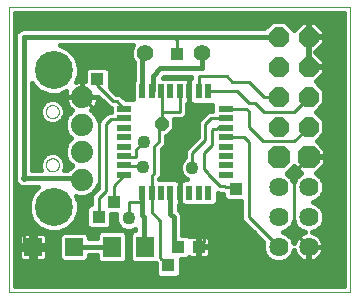
<source format=gtl>
G75*
%MOIN*%
%OFA0B0*%
%FSLAX25Y25*%
%IPPOS*%
%LPD*%
%AMOC8*
5,1,8,0,0,1.08239X$1,22.5*
%
%ADD10C,0.00000*%
%ADD11R,0.04331X0.03937*%
%ADD12R,0.05906X0.05906*%
%ADD13C,0.06400*%
%ADD14OC8,0.06600*%
%ADD15C,0.07400*%
%ADD16C,0.12661*%
%ADD17R,0.06299X0.07087*%
%ADD18R,0.02200X0.05000*%
%ADD19R,0.05000X0.02200*%
%ADD20C,0.05600*%
%ADD21OC8,0.07600*%
%ADD22C,0.01600*%
%ADD23C,0.01000*%
%ADD24OC8,0.04362*%
%ADD25C,0.04362*%
%ADD26R,0.04362X0.04362*%
D10*
X0056479Y0001800D02*
X0056479Y0096761D01*
X0170180Y0096761D01*
X0170180Y0001800D01*
X0056479Y0001800D01*
X0068920Y0044162D02*
X0068922Y0044255D01*
X0068928Y0044347D01*
X0068938Y0044439D01*
X0068952Y0044530D01*
X0068969Y0044621D01*
X0068991Y0044711D01*
X0069016Y0044800D01*
X0069045Y0044888D01*
X0069078Y0044974D01*
X0069115Y0045059D01*
X0069155Y0045143D01*
X0069199Y0045224D01*
X0069246Y0045304D01*
X0069296Y0045382D01*
X0069350Y0045457D01*
X0069407Y0045530D01*
X0069467Y0045600D01*
X0069530Y0045668D01*
X0069596Y0045733D01*
X0069664Y0045795D01*
X0069735Y0045855D01*
X0069809Y0045911D01*
X0069885Y0045964D01*
X0069963Y0046013D01*
X0070043Y0046060D01*
X0070125Y0046102D01*
X0070209Y0046142D01*
X0070294Y0046177D01*
X0070381Y0046209D01*
X0070469Y0046238D01*
X0070558Y0046262D01*
X0070648Y0046283D01*
X0070739Y0046299D01*
X0070831Y0046312D01*
X0070923Y0046321D01*
X0071016Y0046326D01*
X0071108Y0046327D01*
X0071201Y0046324D01*
X0071293Y0046317D01*
X0071385Y0046306D01*
X0071476Y0046291D01*
X0071567Y0046273D01*
X0071657Y0046250D01*
X0071745Y0046224D01*
X0071833Y0046194D01*
X0071919Y0046160D01*
X0072003Y0046123D01*
X0072086Y0046081D01*
X0072167Y0046037D01*
X0072247Y0045989D01*
X0072324Y0045938D01*
X0072398Y0045883D01*
X0072471Y0045825D01*
X0072541Y0045765D01*
X0072608Y0045701D01*
X0072672Y0045635D01*
X0072734Y0045565D01*
X0072792Y0045494D01*
X0072847Y0045420D01*
X0072899Y0045343D01*
X0072948Y0045264D01*
X0072994Y0045184D01*
X0073036Y0045101D01*
X0073074Y0045017D01*
X0073109Y0044931D01*
X0073140Y0044844D01*
X0073167Y0044756D01*
X0073190Y0044666D01*
X0073210Y0044576D01*
X0073226Y0044485D01*
X0073238Y0044393D01*
X0073246Y0044301D01*
X0073250Y0044208D01*
X0073250Y0044116D01*
X0073246Y0044023D01*
X0073238Y0043931D01*
X0073226Y0043839D01*
X0073210Y0043748D01*
X0073190Y0043658D01*
X0073167Y0043568D01*
X0073140Y0043480D01*
X0073109Y0043393D01*
X0073074Y0043307D01*
X0073036Y0043223D01*
X0072994Y0043140D01*
X0072948Y0043060D01*
X0072899Y0042981D01*
X0072847Y0042904D01*
X0072792Y0042830D01*
X0072734Y0042759D01*
X0072672Y0042689D01*
X0072608Y0042623D01*
X0072541Y0042559D01*
X0072471Y0042499D01*
X0072398Y0042441D01*
X0072324Y0042386D01*
X0072247Y0042335D01*
X0072168Y0042287D01*
X0072086Y0042243D01*
X0072003Y0042201D01*
X0071919Y0042164D01*
X0071833Y0042130D01*
X0071745Y0042100D01*
X0071657Y0042074D01*
X0071567Y0042051D01*
X0071476Y0042033D01*
X0071385Y0042018D01*
X0071293Y0042007D01*
X0071201Y0042000D01*
X0071108Y0041997D01*
X0071016Y0041998D01*
X0070923Y0042003D01*
X0070831Y0042012D01*
X0070739Y0042025D01*
X0070648Y0042041D01*
X0070558Y0042062D01*
X0070469Y0042086D01*
X0070381Y0042115D01*
X0070294Y0042147D01*
X0070209Y0042182D01*
X0070125Y0042222D01*
X0070043Y0042264D01*
X0069963Y0042311D01*
X0069885Y0042360D01*
X0069809Y0042413D01*
X0069735Y0042469D01*
X0069664Y0042529D01*
X0069596Y0042591D01*
X0069530Y0042656D01*
X0069467Y0042724D01*
X0069407Y0042794D01*
X0069350Y0042867D01*
X0069296Y0042942D01*
X0069246Y0043020D01*
X0069199Y0043100D01*
X0069155Y0043181D01*
X0069115Y0043265D01*
X0069078Y0043350D01*
X0069045Y0043436D01*
X0069016Y0043524D01*
X0068991Y0043613D01*
X0068969Y0043703D01*
X0068952Y0043794D01*
X0068938Y0043885D01*
X0068928Y0043977D01*
X0068922Y0044069D01*
X0068920Y0044162D01*
X0068920Y0061879D02*
X0068922Y0061972D01*
X0068928Y0062064D01*
X0068938Y0062156D01*
X0068952Y0062247D01*
X0068969Y0062338D01*
X0068991Y0062428D01*
X0069016Y0062517D01*
X0069045Y0062605D01*
X0069078Y0062691D01*
X0069115Y0062776D01*
X0069155Y0062860D01*
X0069199Y0062941D01*
X0069246Y0063021D01*
X0069296Y0063099D01*
X0069350Y0063174D01*
X0069407Y0063247D01*
X0069467Y0063317D01*
X0069530Y0063385D01*
X0069596Y0063450D01*
X0069664Y0063512D01*
X0069735Y0063572D01*
X0069809Y0063628D01*
X0069885Y0063681D01*
X0069963Y0063730D01*
X0070043Y0063777D01*
X0070125Y0063819D01*
X0070209Y0063859D01*
X0070294Y0063894D01*
X0070381Y0063926D01*
X0070469Y0063955D01*
X0070558Y0063979D01*
X0070648Y0064000D01*
X0070739Y0064016D01*
X0070831Y0064029D01*
X0070923Y0064038D01*
X0071016Y0064043D01*
X0071108Y0064044D01*
X0071201Y0064041D01*
X0071293Y0064034D01*
X0071385Y0064023D01*
X0071476Y0064008D01*
X0071567Y0063990D01*
X0071657Y0063967D01*
X0071745Y0063941D01*
X0071833Y0063911D01*
X0071919Y0063877D01*
X0072003Y0063840D01*
X0072086Y0063798D01*
X0072167Y0063754D01*
X0072247Y0063706D01*
X0072324Y0063655D01*
X0072398Y0063600D01*
X0072471Y0063542D01*
X0072541Y0063482D01*
X0072608Y0063418D01*
X0072672Y0063352D01*
X0072734Y0063282D01*
X0072792Y0063211D01*
X0072847Y0063137D01*
X0072899Y0063060D01*
X0072948Y0062981D01*
X0072994Y0062901D01*
X0073036Y0062818D01*
X0073074Y0062734D01*
X0073109Y0062648D01*
X0073140Y0062561D01*
X0073167Y0062473D01*
X0073190Y0062383D01*
X0073210Y0062293D01*
X0073226Y0062202D01*
X0073238Y0062110D01*
X0073246Y0062018D01*
X0073250Y0061925D01*
X0073250Y0061833D01*
X0073246Y0061740D01*
X0073238Y0061648D01*
X0073226Y0061556D01*
X0073210Y0061465D01*
X0073190Y0061375D01*
X0073167Y0061285D01*
X0073140Y0061197D01*
X0073109Y0061110D01*
X0073074Y0061024D01*
X0073036Y0060940D01*
X0072994Y0060857D01*
X0072948Y0060777D01*
X0072899Y0060698D01*
X0072847Y0060621D01*
X0072792Y0060547D01*
X0072734Y0060476D01*
X0072672Y0060406D01*
X0072608Y0060340D01*
X0072541Y0060276D01*
X0072471Y0060216D01*
X0072398Y0060158D01*
X0072324Y0060103D01*
X0072247Y0060052D01*
X0072168Y0060004D01*
X0072086Y0059960D01*
X0072003Y0059918D01*
X0071919Y0059881D01*
X0071833Y0059847D01*
X0071745Y0059817D01*
X0071657Y0059791D01*
X0071567Y0059768D01*
X0071476Y0059750D01*
X0071385Y0059735D01*
X0071293Y0059724D01*
X0071201Y0059717D01*
X0071108Y0059714D01*
X0071016Y0059715D01*
X0070923Y0059720D01*
X0070831Y0059729D01*
X0070739Y0059742D01*
X0070648Y0059758D01*
X0070558Y0059779D01*
X0070469Y0059803D01*
X0070381Y0059832D01*
X0070294Y0059864D01*
X0070209Y0059899D01*
X0070125Y0059939D01*
X0070043Y0059981D01*
X0069963Y0060028D01*
X0069885Y0060077D01*
X0069809Y0060130D01*
X0069735Y0060186D01*
X0069664Y0060246D01*
X0069596Y0060308D01*
X0069530Y0060373D01*
X0069467Y0060441D01*
X0069407Y0060511D01*
X0069350Y0060584D01*
X0069296Y0060659D01*
X0069246Y0060737D01*
X0069199Y0060817D01*
X0069155Y0060898D01*
X0069115Y0060982D01*
X0069078Y0061067D01*
X0069045Y0061153D01*
X0069016Y0061241D01*
X0068991Y0061330D01*
X0068969Y0061420D01*
X0068952Y0061511D01*
X0068938Y0061602D01*
X0068928Y0061694D01*
X0068922Y0061786D01*
X0068920Y0061879D01*
D11*
X0113132Y0016800D03*
X0119825Y0016800D03*
D12*
X0078369Y0016800D03*
X0064589Y0016800D03*
D13*
X0146479Y0016800D03*
X0156479Y0016800D03*
X0156479Y0026800D03*
X0146479Y0026800D03*
X0146479Y0036800D03*
X0156479Y0036800D03*
D14*
X0156479Y0056800D03*
X0146479Y0056800D03*
X0146479Y0066800D03*
X0156479Y0066800D03*
X0156479Y0076800D03*
X0146479Y0076800D03*
X0146479Y0086800D03*
X0156479Y0086800D03*
D15*
X0080928Y0066800D03*
X0080928Y0057457D03*
X0080928Y0048583D03*
X0080928Y0039241D03*
D16*
X0071479Y0030186D03*
X0071479Y0075855D03*
D17*
X0090967Y0016800D03*
X0101991Y0016800D03*
D18*
X0101005Y0034900D03*
X0104155Y0034900D03*
X0107305Y0034900D03*
X0110454Y0034900D03*
X0113604Y0034900D03*
X0116753Y0034900D03*
X0119903Y0034900D03*
X0123053Y0034900D03*
X0123053Y0068700D03*
X0119903Y0068700D03*
X0116753Y0068700D03*
X0113604Y0068700D03*
X0110454Y0068700D03*
X0107305Y0068700D03*
X0104155Y0068700D03*
X0101005Y0068700D03*
D19*
X0095129Y0062824D03*
X0095129Y0059674D03*
X0095129Y0056524D03*
X0095129Y0053375D03*
X0095129Y0050225D03*
X0095129Y0047076D03*
X0095129Y0043926D03*
X0095129Y0040776D03*
X0128929Y0040776D03*
X0128929Y0043926D03*
X0128929Y0047076D03*
X0128929Y0050225D03*
X0128929Y0053375D03*
X0128929Y0056524D03*
X0128929Y0059674D03*
X0128929Y0062824D03*
D20*
X0120979Y0081300D03*
X0101979Y0081300D03*
D21*
X0146479Y0046800D03*
X0156479Y0046800D03*
D22*
X0156679Y0047000D02*
X0162079Y0047000D01*
X0162079Y0049120D01*
X0159186Y0052012D01*
X0161779Y0054605D01*
X0161779Y0058995D01*
X0158974Y0061800D01*
X0161779Y0064605D01*
X0161779Y0068995D01*
X0158833Y0071941D01*
X0161579Y0074688D01*
X0161579Y0076600D01*
X0156679Y0076600D01*
X0156679Y0077000D01*
X0161579Y0077000D01*
X0161579Y0078912D01*
X0158691Y0081800D01*
X0161579Y0084688D01*
X0161579Y0086600D01*
X0156679Y0086600D01*
X0156679Y0087000D01*
X0161579Y0087000D01*
X0161579Y0088912D01*
X0158591Y0091900D01*
X0156679Y0091900D01*
X0156679Y0087000D01*
X0156279Y0087000D01*
X0156279Y0091900D01*
X0154366Y0091900D01*
X0151620Y0089154D01*
X0148674Y0092100D01*
X0144283Y0092100D01*
X0141783Y0089600D01*
X0060922Y0089600D01*
X0059893Y0089174D01*
X0059105Y0088386D01*
X0058679Y0087357D01*
X0058679Y0040640D01*
X0058479Y0040157D01*
X0058479Y0039043D01*
X0058905Y0038014D01*
X0059693Y0037226D01*
X0059893Y0037026D01*
X0060922Y0036600D01*
X0062036Y0036600D01*
X0062519Y0036800D01*
X0066312Y0036800D01*
X0064416Y0034905D01*
X0063148Y0031843D01*
X0063148Y0028529D01*
X0064416Y0025467D01*
X0066760Y0023123D01*
X0069822Y0021855D01*
X0073136Y0021855D01*
X0076198Y0023123D01*
X0078541Y0025467D01*
X0079809Y0028529D01*
X0079809Y0031843D01*
X0078964Y0033885D01*
X0079794Y0033541D01*
X0082061Y0033541D01*
X0084156Y0034409D01*
X0085760Y0036012D01*
X0086379Y0037506D01*
X0086379Y0036436D01*
X0084359Y0034416D01*
X0083979Y0033497D01*
X0083979Y0030981D01*
X0083469Y0030981D01*
X0082298Y0029810D01*
X0082298Y0023790D01*
X0083469Y0022619D01*
X0089488Y0022619D01*
X0090660Y0023790D01*
X0090660Y0027619D01*
X0092458Y0027619D01*
X0092298Y0027232D01*
X0092298Y0025568D01*
X0092934Y0024032D01*
X0094110Y0022855D01*
X0095647Y0022219D01*
X0097310Y0022219D01*
X0098679Y0022786D01*
X0098679Y0022343D01*
X0098013Y0022343D01*
X0096841Y0021172D01*
X0096841Y0012428D01*
X0098013Y0011257D01*
X0105487Y0011257D01*
X0105498Y0011246D01*
X0105498Y0007590D01*
X0106669Y0006419D01*
X0112688Y0006419D01*
X0113860Y0007590D01*
X0113860Y0012831D01*
X0116126Y0012831D01*
X0116638Y0013343D01*
X0116965Y0013154D01*
X0117423Y0013031D01*
X0119641Y0013031D01*
X0119641Y0016616D01*
X0120009Y0016616D01*
X0120009Y0013031D01*
X0122228Y0013031D01*
X0122685Y0013154D01*
X0123096Y0013391D01*
X0123431Y0013726D01*
X0123668Y0014137D01*
X0123791Y0014595D01*
X0123791Y0016616D01*
X0120010Y0016616D01*
X0120010Y0016984D01*
X0123791Y0016984D01*
X0123791Y0019005D01*
X0123668Y0019463D01*
X0123431Y0019874D01*
X0123096Y0020209D01*
X0122685Y0020446D01*
X0122228Y0020568D01*
X0120009Y0020568D01*
X0120009Y0016984D01*
X0119641Y0016984D01*
X0119641Y0020568D01*
X0117423Y0020568D01*
X0116965Y0020446D01*
X0116638Y0020257D01*
X0116126Y0020768D01*
X0114279Y0020768D01*
X0114279Y0027357D01*
X0113852Y0028386D01*
X0113254Y0028984D01*
X0113254Y0030600D01*
X0113604Y0030600D01*
X0114625Y0030600D01*
X0114825Y0030400D01*
X0124981Y0030400D01*
X0126153Y0031572D01*
X0126153Y0034595D01*
X0126381Y0034500D01*
X0127699Y0034500D01*
X0128098Y0034335D01*
X0128098Y0033190D01*
X0129269Y0032019D01*
X0133979Y0032019D01*
X0133979Y0026303D01*
X0134359Y0025384D01*
X0135063Y0024681D01*
X0141463Y0018280D01*
X0141279Y0017834D01*
X0141279Y0015766D01*
X0142070Y0013854D01*
X0143533Y0012392D01*
X0145444Y0011600D01*
X0147513Y0011600D01*
X0149424Y0012392D01*
X0150887Y0013854D01*
X0151611Y0015602D01*
X0151845Y0014881D01*
X0152202Y0014179D01*
X0152665Y0013543D01*
X0153221Y0012986D01*
X0153858Y0012524D01*
X0154559Y0012166D01*
X0155308Y0011923D01*
X0156085Y0011800D01*
X0156393Y0011800D01*
X0156393Y0016714D01*
X0156565Y0016714D01*
X0156565Y0016886D01*
X0161479Y0016886D01*
X0161479Y0017194D01*
X0161356Y0017971D01*
X0161112Y0018719D01*
X0160755Y0019421D01*
X0160293Y0020057D01*
X0159736Y0020614D01*
X0159099Y0021076D01*
X0158398Y0021434D01*
X0157677Y0021668D01*
X0159424Y0022392D01*
X0160887Y0023854D01*
X0161679Y0025766D01*
X0161679Y0027834D01*
X0160887Y0029746D01*
X0159424Y0031208D01*
X0157996Y0031800D01*
X0159424Y0032392D01*
X0160887Y0033854D01*
X0161679Y0035766D01*
X0161679Y0037834D01*
X0160887Y0039746D01*
X0159424Y0041208D01*
X0158988Y0041389D01*
X0162079Y0044480D01*
X0162079Y0046600D01*
X0156679Y0046600D01*
X0156679Y0047000D01*
X0162079Y0047172D02*
X0168180Y0047172D01*
X0168180Y0045573D02*
X0162079Y0045573D01*
X0161573Y0043975D02*
X0168180Y0043975D01*
X0168180Y0042376D02*
X0159975Y0042376D01*
X0159855Y0040778D02*
X0168180Y0040778D01*
X0168180Y0039179D02*
X0161122Y0039179D01*
X0161679Y0037581D02*
X0168180Y0037581D01*
X0168180Y0035982D02*
X0161679Y0035982D01*
X0161106Y0034384D02*
X0168180Y0034384D01*
X0168180Y0032785D02*
X0159818Y0032785D01*
X0159446Y0031187D02*
X0168180Y0031187D01*
X0168180Y0029588D02*
X0160952Y0029588D01*
X0161614Y0027990D02*
X0168180Y0027990D01*
X0168180Y0026391D02*
X0161679Y0026391D01*
X0161276Y0024793D02*
X0168180Y0024793D01*
X0168180Y0023194D02*
X0160227Y0023194D01*
X0157900Y0021596D02*
X0168180Y0021596D01*
X0168180Y0019997D02*
X0160336Y0019997D01*
X0161217Y0018399D02*
X0168180Y0018399D01*
X0168180Y0016800D02*
X0156565Y0016800D01*
X0156565Y0016714D02*
X0161479Y0016714D01*
X0161479Y0016406D01*
X0161356Y0015629D01*
X0161112Y0014881D01*
X0160755Y0014179D01*
X0160293Y0013543D01*
X0159736Y0012986D01*
X0159099Y0012524D01*
X0158398Y0012166D01*
X0157650Y0011923D01*
X0156872Y0011800D01*
X0156565Y0011800D01*
X0156565Y0016714D01*
X0156565Y0015201D02*
X0156393Y0015201D01*
X0156393Y0013603D02*
X0156565Y0013603D01*
X0156565Y0012004D02*
X0156393Y0012004D01*
X0155058Y0012004D02*
X0148490Y0012004D01*
X0150636Y0013603D02*
X0152621Y0013603D01*
X0151741Y0015201D02*
X0151445Y0015201D01*
X0151611Y0017998D02*
X0150887Y0019746D01*
X0149424Y0021208D01*
X0147996Y0021800D01*
X0149424Y0022392D01*
X0150887Y0023854D01*
X0151479Y0025283D01*
X0152070Y0023854D01*
X0153533Y0022392D01*
X0155280Y0021668D01*
X0154559Y0021434D01*
X0153858Y0021076D01*
X0153221Y0020614D01*
X0152665Y0020057D01*
X0152202Y0019421D01*
X0151845Y0018719D01*
X0151611Y0017998D01*
X0151741Y0018399D02*
X0151445Y0018399D01*
X0150636Y0019997D02*
X0152621Y0019997D01*
X0155058Y0021596D02*
X0148490Y0021596D01*
X0150227Y0023194D02*
X0152731Y0023194D01*
X0151682Y0024793D02*
X0151276Y0024793D01*
X0141345Y0018399D02*
X0123791Y0018399D01*
X0123308Y0019997D02*
X0139746Y0019997D01*
X0138148Y0021596D02*
X0114279Y0021596D01*
X0114279Y0023194D02*
X0136549Y0023194D01*
X0134951Y0024793D02*
X0114279Y0024793D01*
X0114279Y0026391D02*
X0133979Y0026391D01*
X0133979Y0027990D02*
X0114017Y0027990D01*
X0111479Y0026800D02*
X0111479Y0018454D01*
X0113132Y0016800D01*
X0119641Y0015201D02*
X0120009Y0015201D01*
X0120010Y0016800D02*
X0141279Y0016800D01*
X0141512Y0015201D02*
X0123791Y0015201D01*
X0123308Y0013603D02*
X0142322Y0013603D01*
X0144468Y0012004D02*
X0113860Y0012004D01*
X0113860Y0010406D02*
X0168180Y0010406D01*
X0168180Y0012004D02*
X0157900Y0012004D01*
X0160336Y0013603D02*
X0168180Y0013603D01*
X0168180Y0015201D02*
X0161217Y0015201D01*
X0168180Y0008807D02*
X0113860Y0008807D01*
X0113478Y0007209D02*
X0168180Y0007209D01*
X0168180Y0005610D02*
X0058479Y0005610D01*
X0058479Y0004012D02*
X0168180Y0004012D01*
X0168180Y0003800D02*
X0168180Y0094761D01*
X0058479Y0094761D01*
X0058479Y0003800D01*
X0168180Y0003800D01*
X0133979Y0029588D02*
X0113254Y0029588D01*
X0113604Y0030600D02*
X0113604Y0034900D01*
X0113604Y0034900D01*
X0113604Y0039200D01*
X0114625Y0039200D01*
X0114825Y0039400D01*
X0115927Y0039400D01*
X0115310Y0039655D01*
X0114134Y0040832D01*
X0113498Y0042368D01*
X0113498Y0044032D01*
X0114134Y0045568D01*
X0115179Y0046613D01*
X0115179Y0048497D01*
X0115559Y0049416D01*
X0119579Y0053436D01*
X0119579Y0058297D01*
X0119959Y0059216D01*
X0122537Y0061793D01*
X0123455Y0062174D01*
X0124429Y0062174D01*
X0124429Y0064200D01*
X0117975Y0064200D01*
X0117775Y0064400D01*
X0116753Y0064400D01*
X0116753Y0068700D01*
X0116753Y0073000D01*
X0115732Y0073000D01*
X0115532Y0073200D01*
X0107839Y0073200D01*
X0108139Y0073500D01*
X0117379Y0073500D01*
X0117379Y0073103D01*
X0117403Y0073044D01*
X0117403Y0073000D01*
X0116753Y0073000D01*
X0116753Y0068700D01*
X0116753Y0068700D01*
X0116753Y0068700D01*
X0116753Y0064400D01*
X0116104Y0064400D01*
X0116104Y0061303D01*
X0115723Y0060384D01*
X0115020Y0059681D01*
X0114101Y0059300D01*
X0111660Y0059300D01*
X0111660Y0056068D01*
X0109211Y0053619D01*
X0108979Y0053619D01*
X0108979Y0051303D01*
X0108598Y0050384D01*
X0107895Y0049681D01*
X0107579Y0049364D01*
X0107579Y0040903D01*
X0107198Y0039984D01*
X0106655Y0039441D01*
X0106655Y0039400D01*
X0112383Y0039400D01*
X0112583Y0039200D01*
X0113604Y0039200D01*
X0113604Y0034900D01*
X0113604Y0030600D01*
X0113604Y0031187D02*
X0113604Y0031187D01*
X0113604Y0032785D02*
X0113604Y0032785D01*
X0113604Y0034384D02*
X0113604Y0034384D01*
X0113604Y0034900D02*
X0113604Y0034900D01*
X0113604Y0035982D02*
X0113604Y0035982D01*
X0113604Y0037581D02*
X0113604Y0037581D01*
X0113604Y0039179D02*
X0113604Y0039179D01*
X0114188Y0040778D02*
X0107527Y0040778D01*
X0107579Y0042376D02*
X0113498Y0042376D01*
X0113498Y0043975D02*
X0107579Y0043975D01*
X0107579Y0045573D02*
X0114139Y0045573D01*
X0115179Y0047172D02*
X0107579Y0047172D01*
X0107579Y0048770D02*
X0115292Y0048770D01*
X0116512Y0050369D02*
X0108583Y0050369D01*
X0108979Y0051967D02*
X0118110Y0051967D01*
X0119579Y0053566D02*
X0108979Y0053566D01*
X0110756Y0055164D02*
X0119579Y0055164D01*
X0119579Y0056763D02*
X0111660Y0056763D01*
X0111660Y0058361D02*
X0119605Y0058361D01*
X0120703Y0059960D02*
X0115299Y0059960D01*
X0116104Y0061558D02*
X0122302Y0061558D01*
X0124429Y0063157D02*
X0116104Y0063157D01*
X0116753Y0064755D02*
X0116753Y0064755D01*
X0116753Y0066354D02*
X0116753Y0066354D01*
X0116753Y0067952D02*
X0116753Y0067952D01*
X0116753Y0069551D02*
X0116753Y0069551D01*
X0116753Y0071149D02*
X0116753Y0071149D01*
X0116753Y0072748D02*
X0116753Y0072748D01*
X0120979Y0076300D02*
X0120979Y0081300D01*
X0120979Y0076300D02*
X0106979Y0076300D01*
X0104479Y0073800D01*
X0104479Y0069024D01*
X0104155Y0068700D01*
X0101005Y0068700D02*
X0101005Y0081300D01*
X0101979Y0081300D01*
X0097677Y0079142D02*
X0079134Y0079142D01*
X0078541Y0080574D02*
X0079809Y0077512D01*
X0079809Y0074198D01*
X0078863Y0071912D01*
X0079640Y0072165D01*
X0080495Y0072300D01*
X0080828Y0072300D01*
X0080828Y0066900D01*
X0081028Y0066900D01*
X0086243Y0066900D01*
X0089159Y0063984D01*
X0089863Y0063281D01*
X0090629Y0062963D01*
X0090629Y0061900D01*
X0089981Y0061900D01*
X0089063Y0061519D01*
X0088359Y0060816D01*
X0087463Y0059919D01*
X0086759Y0059216D01*
X0086564Y0058745D01*
X0085760Y0060686D01*
X0084156Y0062290D01*
X0084106Y0062311D01*
X0084511Y0062605D01*
X0085123Y0063217D01*
X0085632Y0063917D01*
X0086025Y0064689D01*
X0086292Y0065512D01*
X0086428Y0066367D01*
X0086428Y0066700D01*
X0081028Y0066700D01*
X0081028Y0066900D01*
X0081028Y0072300D01*
X0081360Y0072300D01*
X0081898Y0072215D01*
X0081898Y0075610D01*
X0083069Y0076781D01*
X0089088Y0076781D01*
X0090260Y0075610D01*
X0090260Y0069954D01*
X0092314Y0067900D01*
X0093050Y0067900D01*
X0093969Y0067519D01*
X0095565Y0065924D01*
X0097905Y0065924D01*
X0097905Y0072028D01*
X0098205Y0072328D01*
X0098205Y0078285D01*
X0097909Y0078581D01*
X0097179Y0080345D01*
X0097179Y0082255D01*
X0097902Y0084000D01*
X0073584Y0084000D01*
X0076198Y0082918D01*
X0078541Y0080574D01*
X0078375Y0080740D02*
X0097179Y0080740D01*
X0097214Y0082339D02*
X0076776Y0082339D01*
X0073735Y0083937D02*
X0097876Y0083937D01*
X0098205Y0077543D02*
X0079797Y0077543D01*
X0079809Y0075945D02*
X0082233Y0075945D01*
X0081898Y0074346D02*
X0079809Y0074346D01*
X0079209Y0072748D02*
X0081898Y0072748D01*
X0081028Y0071149D02*
X0080828Y0071149D01*
X0080828Y0069551D02*
X0081028Y0069551D01*
X0081028Y0067952D02*
X0080828Y0067952D01*
X0080827Y0066900D02*
X0080827Y0066700D01*
X0075428Y0066700D01*
X0075428Y0066367D01*
X0075563Y0065512D01*
X0075831Y0064689D01*
X0076224Y0063917D01*
X0076732Y0063217D01*
X0077345Y0062605D01*
X0077749Y0062311D01*
X0077699Y0062290D01*
X0076095Y0060686D01*
X0075228Y0058591D01*
X0075228Y0056324D01*
X0076095Y0054229D01*
X0077304Y0053020D01*
X0076095Y0051812D01*
X0075228Y0049717D01*
X0075228Y0047450D01*
X0076095Y0045355D01*
X0077538Y0043912D01*
X0076095Y0042470D01*
X0076066Y0042400D01*
X0074864Y0042400D01*
X0075250Y0043334D01*
X0075250Y0044991D01*
X0074616Y0046522D01*
X0073445Y0047693D01*
X0071914Y0048328D01*
X0070256Y0048328D01*
X0068726Y0047693D01*
X0067554Y0046522D01*
X0066920Y0044991D01*
X0066920Y0043334D01*
X0067306Y0042400D01*
X0064279Y0042400D01*
X0064279Y0071468D01*
X0064416Y0071136D01*
X0066760Y0068793D01*
X0069822Y0067524D01*
X0073136Y0067524D01*
X0075729Y0068598D01*
X0075563Y0068088D01*
X0075428Y0067233D01*
X0075428Y0066900D01*
X0080827Y0066900D01*
X0075542Y0067952D02*
X0074169Y0067952D01*
X0075430Y0066354D02*
X0064279Y0066354D01*
X0064279Y0067952D02*
X0068788Y0067952D01*
X0070256Y0066044D02*
X0068726Y0065410D01*
X0067554Y0064238D01*
X0066920Y0062707D01*
X0066920Y0061050D01*
X0067554Y0059519D01*
X0068726Y0058348D01*
X0070256Y0057713D01*
X0071914Y0057713D01*
X0073445Y0058348D01*
X0074616Y0059519D01*
X0075250Y0061050D01*
X0075250Y0062707D01*
X0074616Y0064238D01*
X0073445Y0065410D01*
X0071914Y0066044D01*
X0070256Y0066044D01*
X0068071Y0064755D02*
X0064279Y0064755D01*
X0064279Y0063157D02*
X0067106Y0063157D01*
X0066920Y0061558D02*
X0064279Y0061558D01*
X0064279Y0059960D02*
X0067371Y0059960D01*
X0068712Y0058361D02*
X0064279Y0058361D01*
X0064279Y0056763D02*
X0075228Y0056763D01*
X0075228Y0058361D02*
X0073458Y0058361D01*
X0074799Y0059960D02*
X0075794Y0059960D01*
X0075250Y0061558D02*
X0076967Y0061558D01*
X0076793Y0063157D02*
X0075064Y0063157D01*
X0075809Y0064755D02*
X0074099Y0064755D01*
X0066002Y0069551D02*
X0064279Y0069551D01*
X0064279Y0071149D02*
X0064411Y0071149D01*
X0058679Y0071149D02*
X0058479Y0071149D01*
X0058479Y0069551D02*
X0058679Y0069551D01*
X0058679Y0067952D02*
X0058479Y0067952D01*
X0058479Y0066354D02*
X0058679Y0066354D01*
X0058679Y0064755D02*
X0058479Y0064755D01*
X0058479Y0063157D02*
X0058679Y0063157D01*
X0058679Y0061558D02*
X0058479Y0061558D01*
X0058479Y0059960D02*
X0058679Y0059960D01*
X0058679Y0058361D02*
X0058479Y0058361D01*
X0058479Y0056763D02*
X0058679Y0056763D01*
X0058679Y0055164D02*
X0058479Y0055164D01*
X0058479Y0053566D02*
X0058679Y0053566D01*
X0058679Y0051967D02*
X0058479Y0051967D01*
X0058479Y0050369D02*
X0058679Y0050369D01*
X0058679Y0048770D02*
X0058479Y0048770D01*
X0058479Y0047172D02*
X0058679Y0047172D01*
X0058679Y0045573D02*
X0058479Y0045573D01*
X0058479Y0043975D02*
X0058679Y0043975D01*
X0058679Y0042376D02*
X0058479Y0042376D01*
X0058479Y0040778D02*
X0058679Y0040778D01*
X0058479Y0039179D02*
X0058479Y0039179D01*
X0058479Y0037581D02*
X0059338Y0037581D01*
X0058479Y0035982D02*
X0065494Y0035982D01*
X0064200Y0034384D02*
X0058479Y0034384D01*
X0058479Y0032785D02*
X0063538Y0032785D01*
X0063148Y0031187D02*
X0058479Y0031187D01*
X0058479Y0029588D02*
X0063148Y0029588D01*
X0063371Y0027990D02*
X0058479Y0027990D01*
X0058479Y0026391D02*
X0064033Y0026391D01*
X0065091Y0024793D02*
X0058479Y0024793D01*
X0058479Y0023194D02*
X0066689Y0023194D01*
X0067779Y0021553D02*
X0065265Y0021553D01*
X0065265Y0017476D01*
X0069342Y0017476D01*
X0069342Y0019990D01*
X0069219Y0020448D01*
X0068982Y0020858D01*
X0068647Y0021193D01*
X0068237Y0021430D01*
X0067779Y0021553D01*
X0069340Y0019997D02*
X0073416Y0019997D01*
X0073416Y0020581D02*
X0073416Y0013019D01*
X0074587Y0011847D01*
X0082150Y0011847D01*
X0083321Y0013019D01*
X0083321Y0014000D01*
X0085817Y0014000D01*
X0085817Y0012428D01*
X0086989Y0011257D01*
X0094945Y0011257D01*
X0096117Y0012428D01*
X0096117Y0021172D01*
X0094945Y0022343D01*
X0086989Y0022343D01*
X0085817Y0021172D01*
X0085817Y0019600D01*
X0083321Y0019600D01*
X0083321Y0020581D01*
X0082150Y0021753D01*
X0074587Y0021753D01*
X0073416Y0020581D01*
X0074430Y0021596D02*
X0058479Y0021596D01*
X0060196Y0020858D02*
X0059959Y0020448D01*
X0059836Y0019990D01*
X0059836Y0017476D01*
X0063913Y0017476D01*
X0063913Y0021553D01*
X0061399Y0021553D01*
X0060941Y0021430D01*
X0060531Y0021193D01*
X0060196Y0020858D01*
X0059838Y0019997D02*
X0058479Y0019997D01*
X0058479Y0018399D02*
X0059836Y0018399D01*
X0058479Y0016800D02*
X0063913Y0016800D01*
X0063913Y0017476D02*
X0063913Y0016124D01*
X0065265Y0016124D01*
X0065265Y0012047D01*
X0067779Y0012047D01*
X0068237Y0012170D01*
X0068647Y0012407D01*
X0068982Y0012742D01*
X0069219Y0013152D01*
X0069342Y0013610D01*
X0069342Y0016124D01*
X0065265Y0016124D01*
X0065265Y0017476D01*
X0063913Y0017476D01*
X0063913Y0018399D02*
X0065265Y0018399D01*
X0065265Y0019997D02*
X0063913Y0019997D01*
X0065265Y0016800D02*
X0073416Y0016800D01*
X0073416Y0015201D02*
X0069342Y0015201D01*
X0069340Y0013603D02*
X0073416Y0013603D01*
X0074430Y0012004D02*
X0058479Y0012004D01*
X0058479Y0010406D02*
X0105498Y0010406D01*
X0105498Y0008807D02*
X0058479Y0008807D01*
X0058479Y0007209D02*
X0105879Y0007209D01*
X0097265Y0012004D02*
X0095693Y0012004D01*
X0096117Y0013603D02*
X0096841Y0013603D01*
X0096841Y0015201D02*
X0096117Y0015201D01*
X0096117Y0016800D02*
X0096841Y0016800D01*
X0096841Y0018399D02*
X0096117Y0018399D01*
X0096117Y0019997D02*
X0096841Y0019997D01*
X0097265Y0021596D02*
X0095693Y0021596D01*
X0093772Y0023194D02*
X0090063Y0023194D01*
X0090660Y0024793D02*
X0092619Y0024793D01*
X0092298Y0026391D02*
X0090660Y0026391D01*
X0086241Y0021596D02*
X0082307Y0021596D01*
X0082894Y0023194D02*
X0076268Y0023194D01*
X0077867Y0024793D02*
X0082298Y0024793D01*
X0082298Y0026391D02*
X0078924Y0026391D01*
X0079586Y0027990D02*
X0082298Y0027990D01*
X0082298Y0029588D02*
X0079809Y0029588D01*
X0079809Y0031187D02*
X0083979Y0031187D01*
X0083979Y0032785D02*
X0079419Y0032785D01*
X0084096Y0034384D02*
X0084346Y0034384D01*
X0085730Y0035982D02*
X0085925Y0035982D01*
X0080928Y0039241D02*
X0080569Y0039600D01*
X0061279Y0039600D01*
X0061479Y0039400D01*
X0061479Y0086800D01*
X0111479Y0086800D01*
X0146479Y0086800D01*
X0150443Y0090332D02*
X0152798Y0090332D01*
X0156279Y0090332D02*
X0156679Y0090332D01*
X0156679Y0088733D02*
X0156279Y0088733D01*
X0156279Y0087134D02*
X0156679Y0087134D01*
X0156679Y0086600D02*
X0156679Y0081900D01*
X0156679Y0077000D01*
X0156279Y0077000D01*
X0156279Y0086600D01*
X0156679Y0086600D01*
X0156679Y0085536D02*
X0156279Y0085536D01*
X0156279Y0083937D02*
X0156679Y0083937D01*
X0156679Y0082339D02*
X0156279Y0082339D01*
X0156279Y0080740D02*
X0156679Y0080740D01*
X0159230Y0082339D02*
X0168180Y0082339D01*
X0168180Y0080740D02*
X0159751Y0080740D01*
X0161349Y0079142D02*
X0168180Y0079142D01*
X0168180Y0077543D02*
X0161579Y0077543D01*
X0161579Y0075945D02*
X0168180Y0075945D01*
X0168180Y0074346D02*
X0161238Y0074346D01*
X0159639Y0072748D02*
X0168180Y0072748D01*
X0168180Y0071149D02*
X0159625Y0071149D01*
X0161223Y0069551D02*
X0168180Y0069551D01*
X0168180Y0067952D02*
X0161779Y0067952D01*
X0161779Y0066354D02*
X0168180Y0066354D01*
X0168180Y0064755D02*
X0161779Y0064755D01*
X0160331Y0063157D02*
X0168180Y0063157D01*
X0168180Y0061558D02*
X0159216Y0061558D01*
X0160814Y0059960D02*
X0168180Y0059960D01*
X0168180Y0058361D02*
X0161779Y0058361D01*
X0161779Y0056763D02*
X0168180Y0056763D01*
X0168180Y0055164D02*
X0161779Y0055164D01*
X0160740Y0053566D02*
X0168180Y0053566D01*
X0168180Y0051967D02*
X0159231Y0051967D01*
X0160830Y0050369D02*
X0168180Y0050369D01*
X0168180Y0048770D02*
X0162079Y0048770D01*
X0153970Y0041389D02*
X0151620Y0043739D01*
X0149188Y0041306D01*
X0149424Y0041208D01*
X0150887Y0039746D01*
X0151479Y0038317D01*
X0152070Y0039746D01*
X0153533Y0041208D01*
X0153970Y0041389D01*
X0153102Y0040778D02*
X0149855Y0040778D01*
X0150257Y0042376D02*
X0152983Y0042376D01*
X0151836Y0039179D02*
X0151122Y0039179D01*
X0133979Y0031187D02*
X0125768Y0031187D01*
X0126153Y0032785D02*
X0128503Y0032785D01*
X0127980Y0034384D02*
X0126153Y0034384D01*
X0111479Y0026800D02*
X0110454Y0027825D01*
X0110454Y0034900D01*
X0101005Y0034900D02*
X0101005Y0031800D01*
X0101005Y0027273D01*
X0101479Y0026800D01*
X0101479Y0017312D01*
X0101991Y0016800D01*
X0090967Y0016800D02*
X0078369Y0016800D01*
X0073416Y0018399D02*
X0069342Y0018399D01*
X0065265Y0015201D02*
X0063913Y0015201D01*
X0063913Y0016124D02*
X0063913Y0012047D01*
X0061399Y0012047D01*
X0060941Y0012170D01*
X0060531Y0012407D01*
X0060196Y0012742D01*
X0059959Y0013152D01*
X0059836Y0013610D01*
X0059836Y0016124D01*
X0063913Y0016124D01*
X0059836Y0015201D02*
X0058479Y0015201D01*
X0058479Y0013603D02*
X0059838Y0013603D01*
X0063913Y0013603D02*
X0065265Y0013603D01*
X0082307Y0012004D02*
X0086241Y0012004D01*
X0085817Y0013603D02*
X0083321Y0013603D01*
X0083321Y0019997D02*
X0085817Y0019997D01*
X0119641Y0019997D02*
X0120009Y0019997D01*
X0120009Y0018399D02*
X0119641Y0018399D01*
X0119641Y0013603D02*
X0120009Y0013603D01*
X0077475Y0043975D02*
X0075250Y0043975D01*
X0075009Y0045573D02*
X0076005Y0045573D01*
X0075343Y0047172D02*
X0073966Y0047172D01*
X0075228Y0048770D02*
X0064279Y0048770D01*
X0064279Y0047172D02*
X0068204Y0047172D01*
X0067161Y0045573D02*
X0064279Y0045573D01*
X0064279Y0043975D02*
X0066920Y0043975D01*
X0064279Y0050369D02*
X0075497Y0050369D01*
X0076250Y0051967D02*
X0064279Y0051967D01*
X0064279Y0053566D02*
X0076758Y0053566D01*
X0075708Y0055164D02*
X0064279Y0055164D01*
X0084888Y0061558D02*
X0089157Y0061558D01*
X0088359Y0060816D02*
X0088359Y0060816D01*
X0087503Y0059960D02*
X0086061Y0059960D01*
X0087463Y0059919D02*
X0087463Y0059919D01*
X0085063Y0063157D02*
X0090161Y0063157D01*
X0088388Y0064755D02*
X0086046Y0064755D01*
X0086425Y0066354D02*
X0086789Y0066354D01*
X0090663Y0069551D02*
X0097905Y0069551D01*
X0097905Y0071149D02*
X0090260Y0071149D01*
X0090260Y0072748D02*
X0098205Y0072748D01*
X0098205Y0074346D02*
X0090260Y0074346D01*
X0089924Y0075945D02*
X0098205Y0075945D01*
X0097905Y0067952D02*
X0092262Y0067952D01*
X0095134Y0066354D02*
X0097905Y0066354D01*
X0059452Y0088733D02*
X0058479Y0088733D01*
X0058479Y0090332D02*
X0142515Y0090332D01*
X0144113Y0091930D02*
X0058479Y0091930D01*
X0058479Y0093529D02*
X0168180Y0093529D01*
X0168180Y0091930D02*
X0148844Y0091930D01*
X0160160Y0090332D02*
X0168180Y0090332D01*
X0168180Y0088733D02*
X0161579Y0088733D01*
X0161579Y0087134D02*
X0168180Y0087134D01*
X0168180Y0085536D02*
X0161579Y0085536D01*
X0160829Y0083937D02*
X0168180Y0083937D01*
X0156679Y0079142D02*
X0156279Y0079142D01*
X0156279Y0077543D02*
X0156679Y0077543D01*
X0058679Y0077543D02*
X0058479Y0077543D01*
X0058479Y0079142D02*
X0058679Y0079142D01*
X0058679Y0080740D02*
X0058479Y0080740D01*
X0058479Y0082339D02*
X0058679Y0082339D01*
X0058679Y0083937D02*
X0058479Y0083937D01*
X0058479Y0085536D02*
X0058679Y0085536D01*
X0058679Y0087134D02*
X0058479Y0087134D01*
X0058479Y0075945D02*
X0058679Y0075945D01*
X0058679Y0074346D02*
X0058479Y0074346D01*
X0058479Y0072748D02*
X0058679Y0072748D01*
D23*
X0080928Y0066800D02*
X0085928Y0061800D01*
X0086479Y0061800D01*
X0086479Y0036800D01*
X0081479Y0031800D01*
X0081479Y0021800D01*
X0061479Y0021800D01*
X0061479Y0016800D01*
X0064589Y0016800D01*
X0086479Y0026800D02*
X0086479Y0033000D01*
X0088879Y0035400D01*
X0088879Y0057800D01*
X0090479Y0059400D01*
X0094855Y0059400D01*
X0095129Y0059674D01*
X0095255Y0059800D01*
X0095129Y0062824D02*
X0092553Y0065400D01*
X0091279Y0065400D01*
X0086079Y0070600D01*
X0086079Y0072600D01*
X0107305Y0068700D02*
X0107479Y0068526D01*
X0107479Y0061800D01*
X0113604Y0061800D01*
X0113604Y0068700D01*
X0116479Y0068425D02*
X0116479Y0059800D01*
X0118079Y0058200D01*
X0118079Y0053400D01*
X0109079Y0044400D01*
X0113604Y0039875D01*
X0113604Y0034900D01*
X0113604Y0029675D01*
X0121479Y0021800D01*
X0121479Y0018454D01*
X0119825Y0016800D01*
X0109679Y0010600D02*
X0107079Y0013200D01*
X0107079Y0025400D01*
X0104155Y0028324D01*
X0104155Y0034900D01*
X0104155Y0040476D01*
X0105079Y0041400D01*
X0105079Y0050400D01*
X0106479Y0051800D01*
X0106479Y0056800D01*
X0107479Y0057800D01*
X0107479Y0061800D01*
X0116479Y0068425D02*
X0116753Y0068700D01*
X0119903Y0068700D02*
X0119903Y0073576D01*
X0119879Y0073600D01*
X0129279Y0073600D01*
X0131079Y0071800D01*
X0136479Y0071800D01*
X0141479Y0066800D01*
X0146479Y0066800D01*
X0141479Y0061800D02*
X0138679Y0064600D01*
X0136679Y0064600D01*
X0132579Y0068700D01*
X0123053Y0068700D01*
X0128929Y0062824D02*
X0128953Y0062800D01*
X0135679Y0062800D01*
X0136479Y0062000D01*
X0136479Y0056800D01*
X0141279Y0052000D01*
X0151679Y0052000D01*
X0156479Y0056800D01*
X0151479Y0061800D02*
X0141479Y0061800D01*
X0151479Y0061800D02*
X0156479Y0066800D01*
X0136479Y0051800D02*
X0134879Y0053400D01*
X0132679Y0053400D01*
X0132654Y0053375D01*
X0128929Y0053375D01*
X0125679Y0056000D02*
X0124679Y0056000D01*
X0124279Y0055600D01*
X0124279Y0050800D01*
X0121479Y0048000D01*
X0121479Y0042800D01*
X0122879Y0041400D01*
X0122879Y0041000D01*
X0126879Y0037000D01*
X0128479Y0037000D01*
X0128679Y0036800D01*
X0131479Y0036800D01*
X0132079Y0036200D01*
X0132279Y0036200D01*
X0117679Y0043200D02*
X0117679Y0048000D01*
X0122079Y0052400D01*
X0122079Y0057800D01*
X0123953Y0059674D01*
X0128929Y0059674D01*
X0128653Y0056800D02*
X0126479Y0056800D01*
X0125679Y0056000D01*
X0128653Y0056800D02*
X0128929Y0056524D01*
X0136479Y0051800D02*
X0136479Y0026800D01*
X0146479Y0016800D01*
X0151479Y0021800D02*
X0151479Y0041800D01*
X0156479Y0046800D01*
X0151479Y0021800D02*
X0156479Y0016800D01*
X0101005Y0031800D02*
X0096479Y0031800D01*
X0096479Y0026400D01*
X0091479Y0031800D02*
X0091479Y0037126D01*
X0095129Y0040776D01*
X0095255Y0043800D02*
X0095129Y0043926D01*
X0095255Y0043800D02*
X0100879Y0043800D01*
X0101279Y0043400D01*
X0099079Y0046800D02*
X0095405Y0046800D01*
X0095129Y0047076D01*
X0099079Y0046800D02*
X0099079Y0049400D01*
X0101479Y0051800D01*
X0112479Y0081200D02*
X0112479Y0085800D01*
X0111479Y0086800D01*
D24*
X0107479Y0057800D03*
X0118079Y0058200D03*
D25*
X0101479Y0051800D03*
X0109079Y0044400D03*
X0101279Y0043400D03*
X0117679Y0043200D03*
X0096479Y0026400D03*
D26*
X0091479Y0031800D03*
X0086479Y0026800D03*
X0109679Y0010600D03*
X0132279Y0036200D03*
X0086079Y0072600D03*
X0112479Y0081200D03*
M02*

</source>
